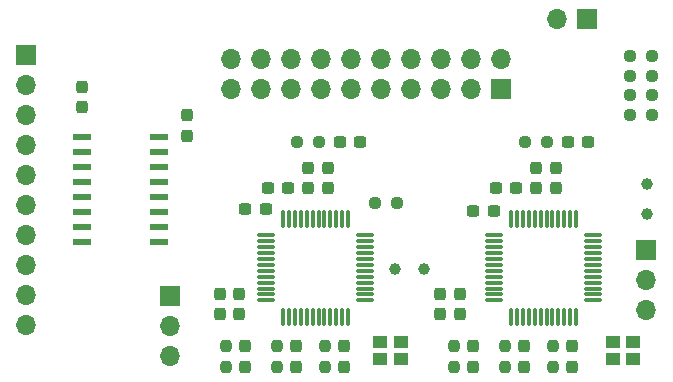
<source format=gts>
G04 #@! TF.GenerationSoftware,KiCad,Pcbnew,7.0.0-da2b9df05c~163~ubuntu22.04.1*
G04 #@! TF.CreationDate,2023-02-25T14:43:30+01:00*
G04 #@! TF.ProjectId,metering_board,6d657465-7269-46e6-975f-626f6172642e,rev?*
G04 #@! TF.SameCoordinates,Original*
G04 #@! TF.FileFunction,Soldermask,Top*
G04 #@! TF.FilePolarity,Negative*
%FSLAX46Y46*%
G04 Gerber Fmt 4.6, Leading zero omitted, Abs format (unit mm)*
G04 Created by KiCad (PCBNEW 7.0.0-da2b9df05c~163~ubuntu22.04.1) date 2023-02-25 14:43:30*
%MOMM*%
%LPD*%
G01*
G04 APERTURE LIST*
G04 Aperture macros list*
%AMRoundRect*
0 Rectangle with rounded corners*
0 $1 Rounding radius*
0 $2 $3 $4 $5 $6 $7 $8 $9 X,Y pos of 4 corners*
0 Add a 4 corners polygon primitive as box body*
4,1,4,$2,$3,$4,$5,$6,$7,$8,$9,$2,$3,0*
0 Add four circle primitives for the rounded corners*
1,1,$1+$1,$2,$3*
1,1,$1+$1,$4,$5*
1,1,$1+$1,$6,$7*
1,1,$1+$1,$8,$9*
0 Add four rect primitives between the rounded corners*
20,1,$1+$1,$2,$3,$4,$5,0*
20,1,$1+$1,$4,$5,$6,$7,0*
20,1,$1+$1,$6,$7,$8,$9,0*
20,1,$1+$1,$8,$9,$2,$3,0*%
G04 Aperture macros list end*
%ADD10RoundRect,0.237500X0.250000X0.237500X-0.250000X0.237500X-0.250000X-0.237500X0.250000X-0.237500X0*%
%ADD11RoundRect,0.237500X-0.237500X0.300000X-0.237500X-0.300000X0.237500X-0.300000X0.237500X0.300000X0*%
%ADD12RoundRect,0.237500X-0.250000X-0.237500X0.250000X-0.237500X0.250000X0.237500X-0.250000X0.237500X0*%
%ADD13RoundRect,0.237500X-0.300000X-0.237500X0.300000X-0.237500X0.300000X0.237500X-0.300000X0.237500X0*%
%ADD14RoundRect,0.237500X0.237500X-0.300000X0.237500X0.300000X-0.237500X0.300000X-0.237500X-0.300000X0*%
%ADD15RoundRect,0.075000X-0.662500X-0.075000X0.662500X-0.075000X0.662500X0.075000X-0.662500X0.075000X0*%
%ADD16RoundRect,0.075000X-0.075000X-0.662500X0.075000X-0.662500X0.075000X0.662500X-0.075000X0.662500X0*%
%ADD17R,1.700000X1.700000*%
%ADD18O,1.700000X1.700000*%
%ADD19RoundRect,0.237500X-0.237500X0.250000X-0.237500X-0.250000X0.237500X-0.250000X0.237500X0.250000X0*%
%ADD20RoundRect,0.237500X0.300000X0.237500X-0.300000X0.237500X-0.300000X-0.237500X0.300000X-0.237500X0*%
%ADD21R,1.150000X1.000000*%
%ADD22C,1.000000*%
%ADD23RoundRect,0.137500X-0.662500X-0.137500X0.662500X-0.137500X0.662500X0.137500X-0.662500X0.137500X0*%
G04 APERTURE END LIST*
D10*
G04 #@! TO.C,R52*
X156360500Y-101149000D03*
X154535500Y-101149000D03*
G04 #@! TD*
D11*
G04 #@! TO.C,C17*
X129667000Y-91269500D03*
X129667000Y-92994500D03*
G04 #@! TD*
D12*
G04 #@! TO.C,R37*
X147931500Y-95942000D03*
X149756500Y-95942000D03*
G04 #@! TD*
D13*
G04 #@! TO.C,C32*
X151537500Y-95942000D03*
X153262500Y-95942000D03*
G04 #@! TD*
D14*
G04 #@! TO.C,C9*
X160020000Y-110520500D03*
X160020000Y-108795500D03*
G04 #@! TD*
D13*
G04 #@! TO.C,C24*
X143536500Y-101657000D03*
X145261500Y-101657000D03*
G04 #@! TD*
D15*
G04 #@! TO.C,IC2*
X145316500Y-103860000D03*
X145316500Y-104360000D03*
X145316500Y-104860000D03*
X145316500Y-105360000D03*
X145316500Y-105860000D03*
X145316500Y-106360000D03*
X145316500Y-106860000D03*
X145316500Y-107360000D03*
X145316500Y-107860000D03*
X145316500Y-108360000D03*
X145316500Y-108860000D03*
X145316500Y-109360000D03*
D16*
X146729000Y-110772500D03*
X147229000Y-110772500D03*
X147729000Y-110772500D03*
X148229000Y-110772500D03*
X148729000Y-110772500D03*
X149229000Y-110772500D03*
X149729000Y-110772500D03*
X150229000Y-110772500D03*
X150729000Y-110772500D03*
X151229000Y-110772500D03*
X151729000Y-110772500D03*
X152229000Y-110772500D03*
D15*
X153641500Y-109360000D03*
X153641500Y-108860000D03*
X153641500Y-108360000D03*
X153641500Y-107860000D03*
X153641500Y-107360000D03*
X153641500Y-106860000D03*
X153641500Y-106360000D03*
X153641500Y-105860000D03*
X153641500Y-105360000D03*
X153641500Y-104860000D03*
X153641500Y-104360000D03*
X153641500Y-103860000D03*
D16*
X152229000Y-102447500D03*
X151729000Y-102447500D03*
X151229000Y-102447500D03*
X150729000Y-102447500D03*
X150229000Y-102447500D03*
X149729000Y-102447500D03*
X149229000Y-102447500D03*
X148729000Y-102447500D03*
X148229000Y-102447500D03*
X147729000Y-102447500D03*
X147229000Y-102447500D03*
X146729000Y-102447500D03*
G04 #@! TD*
D17*
G04 #@! TO.C,J12*
X172465999Y-85527999D03*
D18*
X169925999Y-85527999D03*
G04 #@! TD*
D19*
G04 #@! TO.C,R36*
X150241000Y-113190500D03*
X150241000Y-115015500D03*
G04 #@! TD*
D10*
G04 #@! TO.C,R53*
X177950500Y-90354000D03*
X176125500Y-90354000D03*
G04 #@! TD*
D14*
G04 #@! TO.C,C31*
X151892000Y-114965500D03*
X151892000Y-113240500D03*
G04 #@! TD*
D10*
G04 #@! TO.C,R56*
X177950500Y-92005000D03*
X176125500Y-92005000D03*
G04 #@! TD*
D14*
G04 #@! TO.C,C14*
X168148000Y-99852500D03*
X168148000Y-98127500D03*
G04 #@! TD*
D20*
G04 #@! TO.C,C11*
X166470500Y-99879000D03*
X164745500Y-99879000D03*
G04 #@! TD*
D21*
G04 #@! TO.C,Y1*
X174638999Y-114294999D03*
X176388999Y-114294999D03*
X176388999Y-112894999D03*
X174638999Y-112894999D03*
G04 #@! TD*
D17*
G04 #@! TO.C,J8*
X124967999Y-88574999D03*
D18*
X124967999Y-91114999D03*
X124967999Y-93654999D03*
X124967999Y-96194999D03*
X124967999Y-98734999D03*
X124967999Y-101274999D03*
X124967999Y-103814999D03*
X124967999Y-106354999D03*
X124967999Y-108894999D03*
X124967999Y-111434999D03*
G04 #@! TD*
D13*
G04 #@! TO.C,C16*
X170841500Y-95942000D03*
X172566500Y-95942000D03*
G04 #@! TD*
D14*
G04 #@! TO.C,C25*
X141351000Y-110547000D03*
X141351000Y-108822000D03*
G04 #@! TD*
D21*
G04 #@! TO.C,Y2*
X154953999Y-114294999D03*
X156703999Y-114294999D03*
X156703999Y-112894999D03*
X154953999Y-112894999D03*
G04 #@! TD*
D13*
G04 #@! TO.C,C8*
X162840500Y-101784000D03*
X164565500Y-101784000D03*
G04 #@! TD*
D14*
G04 #@! TO.C,C30*
X148844000Y-99852500D03*
X148844000Y-98127500D03*
G04 #@! TD*
D22*
G04 #@! TO.C,TP2*
X177546000Y-102038000D03*
G04 #@! TD*
D10*
G04 #@! TO.C,R55*
X177950500Y-93656000D03*
X176125500Y-93656000D03*
G04 #@! TD*
D14*
G04 #@! TO.C,C26*
X143510000Y-114965500D03*
X143510000Y-113240500D03*
G04 #@! TD*
G04 #@! TO.C,C10*
X162814000Y-114965500D03*
X162814000Y-113240500D03*
G04 #@! TD*
D15*
G04 #@! TO.C,IC1*
X164620500Y-103860000D03*
X164620500Y-104360000D03*
X164620500Y-104860000D03*
X164620500Y-105360000D03*
X164620500Y-105860000D03*
X164620500Y-106360000D03*
X164620500Y-106860000D03*
X164620500Y-107360000D03*
X164620500Y-107860000D03*
X164620500Y-108360000D03*
X164620500Y-108860000D03*
X164620500Y-109360000D03*
D16*
X166033000Y-110772500D03*
X166533000Y-110772500D03*
X167033000Y-110772500D03*
X167533000Y-110772500D03*
X168033000Y-110772500D03*
X168533000Y-110772500D03*
X169033000Y-110772500D03*
X169533000Y-110772500D03*
X170033000Y-110772500D03*
X170533000Y-110772500D03*
X171033000Y-110772500D03*
X171533000Y-110772500D03*
D15*
X172945500Y-109360000D03*
X172945500Y-108860000D03*
X172945500Y-108360000D03*
X172945500Y-107860000D03*
X172945500Y-107360000D03*
X172945500Y-106860000D03*
X172945500Y-106360000D03*
X172945500Y-105860000D03*
X172945500Y-105360000D03*
X172945500Y-104860000D03*
X172945500Y-104360000D03*
X172945500Y-103860000D03*
D16*
X171533000Y-102447500D03*
X171033000Y-102447500D03*
X170533000Y-102447500D03*
X170033000Y-102447500D03*
X169533000Y-102447500D03*
X169033000Y-102447500D03*
X168533000Y-102447500D03*
X168033000Y-102447500D03*
X167533000Y-102447500D03*
X167033000Y-102447500D03*
X166533000Y-102447500D03*
X166033000Y-102447500D03*
G04 #@! TD*
D22*
G04 #@! TO.C,TP11*
X158623000Y-106737000D03*
G04 #@! TD*
D14*
G04 #@! TO.C,C29*
X150495000Y-99852500D03*
X150495000Y-98127500D03*
G04 #@! TD*
D19*
G04 #@! TO.C,R17*
X165481000Y-113190500D03*
X165481000Y-115015500D03*
G04 #@! TD*
D14*
G04 #@! TO.C,C7*
X161671000Y-110520500D03*
X161671000Y-108795500D03*
G04 #@! TD*
D17*
G04 #@! TO.C,J7*
X177418999Y-105100999D03*
D18*
X177418999Y-107640999D03*
X177418999Y-110180999D03*
G04 #@! TD*
D17*
G04 #@! TO.C,J11*
X137159999Y-109022999D03*
D18*
X137159999Y-111562999D03*
X137159999Y-114102999D03*
G04 #@! TD*
D14*
G04 #@! TO.C,C28*
X147828000Y-114965500D03*
X147828000Y-113240500D03*
G04 #@! TD*
G04 #@! TO.C,C12*
X167132000Y-114965500D03*
X167132000Y-113240500D03*
G04 #@! TD*
D19*
G04 #@! TO.C,R34*
X141859000Y-113190500D03*
X141859000Y-115015500D03*
G04 #@! TD*
G04 #@! TO.C,R18*
X169545000Y-113190500D03*
X169545000Y-115015500D03*
G04 #@! TD*
D22*
G04 #@! TO.C,TP6*
X177546000Y-99498000D03*
G04 #@! TD*
D14*
G04 #@! TO.C,C13*
X169799000Y-99852500D03*
X169799000Y-98127500D03*
G04 #@! TD*
G04 #@! TO.C,C23*
X143002000Y-110547000D03*
X143002000Y-108822000D03*
G04 #@! TD*
D10*
G04 #@! TO.C,R54*
X177950500Y-88703000D03*
X176125500Y-88703000D03*
G04 #@! TD*
D11*
G04 #@! TO.C,C18*
X138557000Y-93682500D03*
X138557000Y-95407500D03*
G04 #@! TD*
D23*
G04 #@! TO.C,U5*
X129719000Y-95555000D03*
X129719000Y-96825000D03*
X129719000Y-98095000D03*
X129719000Y-99365000D03*
X129719000Y-100635000D03*
X129719000Y-101905000D03*
X129719000Y-103175000D03*
X129719000Y-104445000D03*
X136219000Y-104445000D03*
X136219000Y-103175000D03*
X136219000Y-101905000D03*
X136219000Y-100635000D03*
X136219000Y-99365000D03*
X136219000Y-98095000D03*
X136219000Y-96825000D03*
X136219000Y-95555000D03*
G04 #@! TD*
D19*
G04 #@! TO.C,R16*
X161163000Y-113190500D03*
X161163000Y-115015500D03*
G04 #@! TD*
D20*
G04 #@! TO.C,C27*
X147166500Y-99879000D03*
X145441500Y-99879000D03*
G04 #@! TD*
D19*
G04 #@! TO.C,R35*
X146177000Y-113190500D03*
X146177000Y-115015500D03*
G04 #@! TD*
D12*
G04 #@! TO.C,R19*
X167235500Y-95942000D03*
X169060500Y-95942000D03*
G04 #@! TD*
D22*
G04 #@! TO.C,TP15*
X156210000Y-106737000D03*
G04 #@! TD*
D14*
G04 #@! TO.C,C15*
X171196000Y-114965500D03*
X171196000Y-113240500D03*
G04 #@! TD*
D17*
G04 #@! TO.C,J10*
X165195999Y-91490999D03*
D18*
X165195999Y-88950999D03*
X162655999Y-91490999D03*
X162655999Y-88950999D03*
X160115999Y-91490999D03*
X160115999Y-88950999D03*
X157575999Y-91490999D03*
X157575999Y-88950999D03*
X155035999Y-91490999D03*
X155035999Y-88950999D03*
X152495999Y-91490999D03*
X152495999Y-88950999D03*
X149955999Y-91490999D03*
X149955999Y-88950999D03*
X147415999Y-91490999D03*
X147415999Y-88950999D03*
X144875999Y-91490999D03*
X144875999Y-88950999D03*
X142335999Y-91490999D03*
X142335999Y-88950999D03*
G04 #@! TD*
M02*

</source>
